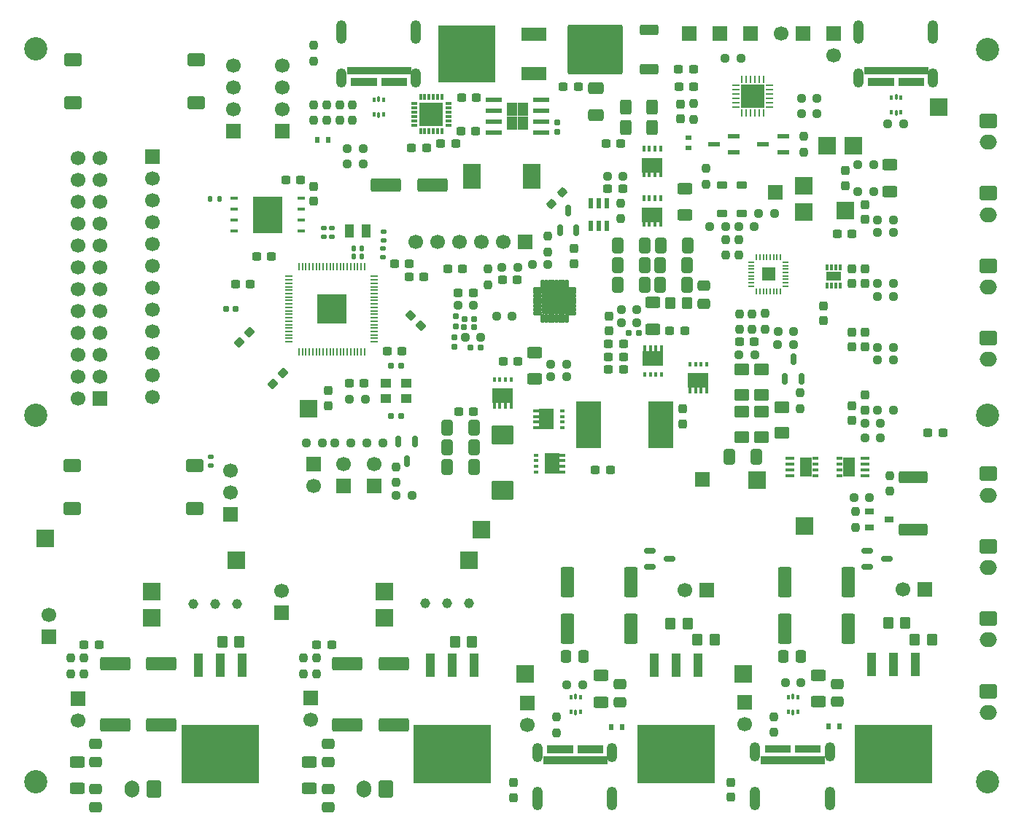
<source format=gbr>
%TF.GenerationSoftware,KiCad,Pcbnew,9.0.6*%
%TF.CreationDate,2026-02-01T22:29:02+01:00*%
%TF.ProjectId,BMS,424d532e-6b69-4636-9164-5f7063625858,rev?*%
%TF.SameCoordinates,Original*%
%TF.FileFunction,Soldermask,Top*%
%TF.FilePolarity,Negative*%
%FSLAX46Y46*%
G04 Gerber Fmt 4.6, Leading zero omitted, Abs format (unit mm)*
G04 Created by KiCad (PCBNEW 9.0.6) date 2026-02-01 22:29:02*
%MOMM*%
%LPD*%
G01*
G04 APERTURE LIST*
G04 Aperture macros list*
%AMRoundRect*
0 Rectangle with rounded corners*
0 $1 Rounding radius*
0 $2 $3 $4 $5 $6 $7 $8 $9 X,Y pos of 4 corners*
0 Add a 4 corners polygon primitive as box body*
4,1,4,$2,$3,$4,$5,$6,$7,$8,$9,$2,$3,0*
0 Add four circle primitives for the rounded corners*
1,1,$1+$1,$2,$3*
1,1,$1+$1,$4,$5*
1,1,$1+$1,$6,$7*
1,1,$1+$1,$8,$9*
0 Add four rect primitives between the rounded corners*
20,1,$1+$1,$2,$3,$4,$5,0*
20,1,$1+$1,$4,$5,$6,$7,0*
20,1,$1+$1,$6,$7,$8,$9,0*
20,1,$1+$1,$8,$9,$2,$3,0*%
G04 Aperture macros list end*
%ADD10C,0.010000*%
%ADD11RoundRect,0.250000X-0.350000X-0.450000X0.350000X-0.450000X0.350000X0.450000X-0.350000X0.450000X0*%
%ADD12RoundRect,0.237500X0.237500X-0.300000X0.237500X0.300000X-0.237500X0.300000X-0.237500X-0.300000X0*%
%ADD13RoundRect,0.250000X0.475000X-0.337500X0.475000X0.337500X-0.475000X0.337500X-0.475000X-0.337500X0*%
%ADD14RoundRect,0.250001X-1.044999X0.872499X-1.044999X-0.872499X1.044999X-0.872499X1.044999X0.872499X0*%
%ADD15RoundRect,0.155000X0.212500X0.155000X-0.212500X0.155000X-0.212500X-0.155000X0.212500X-0.155000X0*%
%ADD16R,0.300000X0.600000*%
%ADD17R,0.300000X0.635000*%
%ADD18R,2.450000X1.775000*%
%ADD19RoundRect,0.250001X0.624999X-0.462499X0.624999X0.462499X-0.624999X0.462499X-0.624999X-0.462499X0*%
%ADD20RoundRect,0.250000X-0.750000X0.600000X-0.750000X-0.600000X0.750000X-0.600000X0.750000X0.600000X0*%
%ADD21O,2.000000X1.700000*%
%ADD22RoundRect,0.237500X0.250000X0.237500X-0.250000X0.237500X-0.250000X-0.237500X0.250000X-0.237500X0*%
%ADD23RoundRect,0.237500X0.300000X0.237500X-0.300000X0.237500X-0.300000X-0.237500X0.300000X-0.237500X0*%
%ADD24RoundRect,0.250000X1.500000X0.550000X-1.500000X0.550000X-1.500000X-0.550000X1.500000X-0.550000X0*%
%ADD25RoundRect,0.150000X-0.150000X0.512500X-0.150000X-0.512500X0.150000X-0.512500X0.150000X0.512500X0*%
%ADD26RoundRect,0.250000X0.337500X0.475000X-0.337500X0.475000X-0.337500X-0.475000X0.337500X-0.475000X0*%
%ADD27RoundRect,0.250000X-0.412500X-0.650000X0.412500X-0.650000X0.412500X0.650000X-0.412500X0.650000X0*%
%ADD28RoundRect,0.093750X-0.093750X0.156250X-0.093750X-0.156250X0.093750X-0.156250X0.093750X0.156250X0*%
%ADD29RoundRect,0.075000X-0.075000X0.250000X-0.075000X-0.250000X0.075000X-0.250000X0.075000X0.250000X0*%
%ADD30R,1.050000X2.800000*%
%ADD31R,8.950000X6.850000*%
%ADD32R,0.420000X0.700000*%
%ADD33R,0.420000X0.540000*%
%ADD34R,2.370000X1.710000*%
%ADD35O,1.188400X2.252400*%
%ADD36O,1.252400X2.752400*%
%ADD37RoundRect,0.150000X-0.512500X-0.150000X0.512500X-0.150000X0.512500X0.150000X-0.512500X0.150000X0*%
%ADD38RoundRect,0.225000X0.375000X-0.225000X0.375000X0.225000X-0.375000X0.225000X-0.375000X-0.225000X0*%
%ADD39R,1.400000X0.600000*%
%ADD40RoundRect,0.237500X-0.300000X-0.237500X0.300000X-0.237500X0.300000X0.237500X-0.300000X0.237500X0*%
%ADD41RoundRect,0.237500X-0.250000X-0.237500X0.250000X-0.237500X0.250000X0.237500X-0.250000X0.237500X0*%
%ADD42RoundRect,0.135000X-0.185000X0.135000X-0.185000X-0.135000X0.185000X-0.135000X0.185000X0.135000X0*%
%ADD43RoundRect,0.237500X0.237500X-0.250000X0.237500X0.250000X-0.237500X0.250000X-0.237500X-0.250000X0*%
%ADD44C,1.150000*%
%ADD45R,2.000000X2.000000*%
%ADD46RoundRect,0.250000X0.625000X-0.400000X0.625000X0.400000X-0.625000X0.400000X-0.625000X-0.400000X0*%
%ADD47R,1.700000X1.700000*%
%ADD48C,1.700000*%
%ADD49RoundRect,0.155000X0.155000X-0.212500X0.155000X0.212500X-0.155000X0.212500X-0.155000X-0.212500X0*%
%ADD50RoundRect,0.237500X-0.237500X0.250000X-0.237500X-0.250000X0.237500X-0.250000X0.237500X0.250000X0*%
%ADD51RoundRect,0.250000X0.550000X-1.500000X0.550000X1.500000X-0.550000X1.500000X-0.550000X-1.500000X0*%
%ADD52R,1.100000X0.650000*%
%ADD53RoundRect,0.250000X-0.625000X0.400000X-0.625000X-0.400000X0.625000X-0.400000X0.625000X0.400000X0*%
%ADD54RoundRect,0.237500X-0.237500X0.300000X-0.237500X-0.300000X0.237500X-0.300000X0.237500X0.300000X0*%
%ADD55R,1.300000X1.050000*%
%ADD56RoundRect,0.140000X0.140000X0.170000X-0.140000X0.170000X-0.140000X-0.170000X0.140000X-0.170000X0*%
%ADD57RoundRect,0.155000X-0.212500X-0.155000X0.212500X-0.155000X0.212500X0.155000X-0.212500X0.155000X0*%
%ADD58RoundRect,0.250001X-0.624999X0.462499X-0.624999X-0.462499X0.624999X-0.462499X0.624999X0.462499X0*%
%ADD59R,0.600000X1.150000*%
%ADD60RoundRect,0.250000X0.412500X0.650000X-0.412500X0.650000X-0.412500X-0.650000X0.412500X-0.650000X0*%
%ADD61RoundRect,0.250000X-0.400000X-0.625000X0.400000X-0.625000X0.400000X0.625000X-0.400000X0.625000X0*%
%ADD62R,0.550000X0.800000*%
%ADD63RoundRect,0.093750X0.093750X-0.156250X0.093750X0.156250X-0.093750X0.156250X-0.093750X-0.156250X0*%
%ADD64RoundRect,0.075000X0.075000X-0.250000X0.075000X0.250000X-0.075000X0.250000X-0.075000X-0.250000X0*%
%ADD65R,2.850000X5.400000*%
%ADD66RoundRect,0.150000X0.150000X-0.512500X0.150000X0.512500X-0.150000X0.512500X-0.150000X-0.512500X0*%
%ADD67RoundRect,0.250000X-0.475000X0.337500X-0.475000X-0.337500X0.475000X-0.337500X0.475000X0.337500X0*%
%ADD68R,1.910000X0.610000*%
%ADD69R,1.205000X1.550000*%
%ADD70RoundRect,0.250000X-0.750000X-0.500000X0.750000X-0.500000X0.750000X0.500000X-0.750000X0.500000X0*%
%ADD71R,0.990000X0.405000*%
%ADD72R,0.760000X0.405000*%
%ADD73R,1.475000X2.235000*%
%ADD74R,0.750000X0.200000*%
%ADD75R,0.200000X0.750000*%
%ADD76R,1.500000X1.500000*%
%ADD77RoundRect,0.237500X0.044194X0.380070X-0.380070X-0.044194X-0.044194X-0.380070X0.380070X0.044194X0*%
%ADD78RoundRect,0.135000X-0.135000X-0.185000X0.135000X-0.185000X0.135000X0.185000X-0.135000X0.185000X0*%
%ADD79RoundRect,0.250000X0.600000X0.750000X-0.600000X0.750000X-0.600000X-0.750000X0.600000X-0.750000X0*%
%ADD80O,1.700000X2.000000*%
%ADD81RoundRect,0.135000X0.185000X-0.135000X0.185000X0.135000X-0.185000X0.135000X-0.185000X-0.135000X0*%
%ADD82C,2.700000*%
%ADD83RoundRect,0.155000X-0.155000X0.212500X-0.155000X-0.212500X0.155000X-0.212500X0.155000X0.212500X0*%
%ADD84R,0.950000X0.450000*%
%ADD85R,3.450000X4.350000*%
%ADD86RoundRect,0.160000X-0.197500X-0.160000X0.197500X-0.160000X0.197500X0.160000X-0.197500X0.160000X0*%
%ADD87R,0.850000X0.200000*%
%ADD88R,0.200000X0.850000*%
%ADD89R,3.450000X3.450000*%
%ADD90RoundRect,0.237500X-0.380070X0.044194X0.044194X-0.380070X0.380070X-0.044194X-0.044194X0.380070X0*%
%ADD91RoundRect,0.062500X0.062500X-0.350000X0.062500X0.350000X-0.062500X0.350000X-0.062500X-0.350000X0*%
%ADD92RoundRect,0.062500X0.350000X-0.062500X0.350000X0.062500X-0.350000X0.062500X-0.350000X-0.062500X0*%
%ADD93R,2.700000X2.700000*%
%ADD94R,2.050000X3.000000*%
%ADD95R,0.800000X0.300000*%
%ADD96R,0.300000X0.800000*%
%ADD97R,2.800000X2.800000*%
%ADD98R,0.800000X0.550000*%
%ADD99R,0.300000X0.700000*%
%ADD100R,1.700000X1.000000*%
%ADD101R,1.000000X1.600000*%
%ADD102RoundRect,0.249999X-1.425001X0.450001X-1.425001X-0.450001X1.425001X-0.450001X1.425001X0.450001X0*%
%ADD103RoundRect,0.237500X0.008839X0.344715X-0.344715X-0.008839X-0.008839X-0.344715X0.344715X0.008839X0*%
%ADD104RoundRect,0.250000X0.750000X0.500000X-0.750000X0.500000X-0.750000X-0.500000X0.750000X-0.500000X0*%
%ADD105R,0.600000X0.300000*%
%ADD106R,0.635000X0.300000*%
%ADD107R,1.775000X2.450000*%
%ADD108R,3.000000X1.600000*%
%ADD109R,6.700000X6.700000*%
%ADD110RoundRect,0.250000X0.650000X-0.412500X0.650000X0.412500X-0.650000X0.412500X-0.650000X-0.412500X0*%
%ADD111RoundRect,0.053000X-0.159000X0.414000X-0.159000X-0.414000X0.159000X-0.414000X0.159000X0.414000X0*%
%ADD112RoundRect,0.053000X-0.414000X0.159000X-0.414000X-0.159000X0.414000X-0.159000X0.414000X0.159000X0*%
%ADD113RoundRect,0.102000X-1.400000X1.400000X-1.400000X-1.400000X1.400000X-1.400000X1.400000X1.400000X0*%
%ADD114RoundRect,0.140000X-0.170000X0.140000X-0.170000X-0.140000X0.170000X-0.140000X0.170000X0.140000X0*%
%ADD115RoundRect,0.250000X0.850000X0.350000X-0.850000X0.350000X-0.850000X-0.350000X0.850000X-0.350000X0*%
%ADD116RoundRect,0.249997X2.950003X2.650003X-2.950003X2.650003X-2.950003X-2.650003X2.950003X-2.650003X0*%
G04 APERTURE END LIST*
D10*
%TO.C,USBC-J3*%
X106862500Y-150238500D02*
X105737500Y-150238500D01*
X105737500Y-149411500D01*
X106862500Y-149411500D01*
X106862500Y-150238500D01*
G36*
X106862500Y-150238500D02*
G01*
X105737500Y-150238500D01*
X105737500Y-149411500D01*
X106862500Y-149411500D01*
X106862500Y-150238500D01*
G37*
X106612500Y-148938500D02*
X106187500Y-148938500D01*
X106187500Y-148111500D01*
X106612500Y-148111500D01*
X106612500Y-148938500D01*
G36*
X106612500Y-148938500D02*
G01*
X106187500Y-148938500D01*
X106187500Y-148111500D01*
X106612500Y-148111500D01*
X106612500Y-148938500D01*
G37*
X107112500Y-148938500D02*
X106687500Y-148938500D01*
X106687500Y-148111500D01*
X107112500Y-148111500D01*
X107112500Y-148938500D01*
G36*
X107112500Y-148938500D02*
G01*
X106687500Y-148938500D01*
X106687500Y-148111500D01*
X107112500Y-148111500D01*
X107112500Y-148938500D01*
G37*
X107362500Y-150238500D02*
X106937500Y-150238500D01*
X106937500Y-149411500D01*
X107362500Y-149411500D01*
X107362500Y-150238500D01*
G36*
X107362500Y-150238500D02*
G01*
X106937500Y-150238500D01*
X106937500Y-149411500D01*
X107362500Y-149411500D01*
X107362500Y-150238500D01*
G37*
X107612500Y-148938500D02*
X107187500Y-148938500D01*
X107187500Y-148111500D01*
X107612500Y-148111500D01*
X107612500Y-148938500D01*
G36*
X107612500Y-148938500D02*
G01*
X107187500Y-148938500D01*
X107187500Y-148111500D01*
X107612500Y-148111500D01*
X107612500Y-148938500D01*
G37*
X107862500Y-150238500D02*
X107437500Y-150238500D01*
X107437500Y-149411500D01*
X107862500Y-149411500D01*
X107862500Y-150238500D01*
G36*
X107862500Y-150238500D02*
G01*
X107437500Y-150238500D01*
X107437500Y-149411500D01*
X107862500Y-149411500D01*
X107862500Y-150238500D01*
G37*
X108112500Y-148938500D02*
X107687500Y-148938500D01*
X107687500Y-148111500D01*
X108112500Y-148111500D01*
X108112500Y-148938500D01*
G36*
X108112500Y-148938500D02*
G01*
X107687500Y-148938500D01*
X107687500Y-148111500D01*
X108112500Y-148111500D01*
X108112500Y-148938500D01*
G37*
X108362500Y-150238500D02*
X107937500Y-150238500D01*
X107937500Y-149411500D01*
X108362500Y-149411500D01*
X108362500Y-150238500D01*
G36*
X108362500Y-150238500D02*
G01*
X107937500Y-150238500D01*
X107937500Y-149411500D01*
X108362500Y-149411500D01*
X108362500Y-150238500D01*
G37*
X108612500Y-148938500D02*
X108187500Y-148938500D01*
X108187500Y-148111500D01*
X108612500Y-148111500D01*
X108612500Y-148938500D01*
G36*
X108612500Y-148938500D02*
G01*
X108187500Y-148938500D01*
X108187500Y-148111500D01*
X108612500Y-148111500D01*
X108612500Y-148938500D01*
G37*
X108862500Y-150238500D02*
X108437500Y-150238500D01*
X108437500Y-149411500D01*
X108862500Y-149411500D01*
X108862500Y-150238500D01*
G36*
X108862500Y-150238500D02*
G01*
X108437500Y-150238500D01*
X108437500Y-149411500D01*
X108862500Y-149411500D01*
X108862500Y-150238500D01*
G37*
X109112500Y-148938500D02*
X108687500Y-148938500D01*
X108687500Y-148111500D01*
X109112500Y-148111500D01*
X109112500Y-148938500D01*
G36*
X109112500Y-148938500D02*
G01*
X108687500Y-148938500D01*
X108687500Y-148111500D01*
X109112500Y-148111500D01*
X109112500Y-148938500D01*
G37*
X109362500Y-150238500D02*
X108937500Y-150238500D01*
X108937500Y-149411500D01*
X109362500Y-149411500D01*
X109362500Y-150238500D01*
G36*
X109362500Y-150238500D02*
G01*
X108937500Y-150238500D01*
X108937500Y-149411500D01*
X109362500Y-149411500D01*
X109362500Y-150238500D01*
G37*
X109862500Y-150238500D02*
X109437500Y-150238500D01*
X109437500Y-149411500D01*
X109862500Y-149411500D01*
X109862500Y-150238500D01*
G36*
X109862500Y-150238500D02*
G01*
X109437500Y-150238500D01*
X109437500Y-149411500D01*
X109862500Y-149411500D01*
X109862500Y-150238500D01*
G37*
X110112500Y-148938500D02*
X109687500Y-148938500D01*
X109687500Y-148111500D01*
X110112500Y-148111500D01*
X110112500Y-148938500D01*
G36*
X110112500Y-148938500D02*
G01*
X109687500Y-148938500D01*
X109687500Y-148111500D01*
X110112500Y-148111500D01*
X110112500Y-148938500D01*
G37*
X110362500Y-150238500D02*
X109937500Y-150238500D01*
X109937500Y-149411500D01*
X110362500Y-149411500D01*
X110362500Y-150238500D01*
G36*
X110362500Y-150238500D02*
G01*
X109937500Y-150238500D01*
X109937500Y-149411500D01*
X110362500Y-149411500D01*
X110362500Y-150238500D01*
G37*
X110612500Y-148938500D02*
X110187500Y-148938500D01*
X110187500Y-148111500D01*
X110612500Y-148111500D01*
X110612500Y-148938500D01*
G36*
X110612500Y-148938500D02*
G01*
X110187500Y-148938500D01*
X110187500Y-148111500D01*
X110612500Y-148111500D01*
X110612500Y-148938500D01*
G37*
X110862500Y-150238500D02*
X110437500Y-150238500D01*
X110437500Y-149411500D01*
X110862500Y-149411500D01*
X110862500Y-150238500D01*
G36*
X110862500Y-150238500D02*
G01*
X110437500Y-150238500D01*
X110437500Y-149411500D01*
X110862500Y-149411500D01*
X110862500Y-150238500D01*
G37*
X111112500Y-148938500D02*
X110687500Y-148938500D01*
X110687500Y-148111500D01*
X111112500Y-148111500D01*
X111112500Y-148938500D01*
G36*
X111112500Y-148938500D02*
G01*
X110687500Y-148938500D01*
X110687500Y-148111500D01*
X111112500Y-148111500D01*
X111112500Y-148938500D01*
G37*
X111362500Y-150238500D02*
X110937500Y-150238500D01*
X110937500Y-149411500D01*
X111362500Y-149411500D01*
X111362500Y-150238500D01*
G36*
X111362500Y-150238500D02*
G01*
X110937500Y-150238500D01*
X110937500Y-149411500D01*
X111362500Y-149411500D01*
X111362500Y-150238500D01*
G37*
X111612500Y-148938500D02*
X111187500Y-148938500D01*
X111187500Y-148111500D01*
X111612500Y-148111500D01*
X111612500Y-148938500D01*
G36*
X111612500Y-148938500D02*
G01*
X111187500Y-148938500D01*
X111187500Y-148111500D01*
X111612500Y-148111500D01*
X111612500Y-148938500D01*
G37*
X111862500Y-150238500D02*
X111437500Y-150238500D01*
X111437500Y-149411500D01*
X111862500Y-149411500D01*
X111862500Y-150238500D01*
G36*
X111862500Y-150238500D02*
G01*
X111437500Y-150238500D01*
X111437500Y-149411500D01*
X111862500Y-149411500D01*
X111862500Y-150238500D01*
G37*
X112112500Y-148938500D02*
X111687500Y-148938500D01*
X111687500Y-148111500D01*
X112112500Y-148111500D01*
X112112500Y-148938500D01*
G36*
X112112500Y-148938500D02*
G01*
X111687500Y-148938500D01*
X111687500Y-148111500D01*
X112112500Y-148111500D01*
X112112500Y-148938500D01*
G37*
X113062500Y-150238500D02*
X111937500Y-150238500D01*
X111937500Y-149411500D01*
X113062500Y-149411500D01*
X113062500Y-150238500D01*
G36*
X113062500Y-150238500D02*
G01*
X111937500Y-150238500D01*
X111937500Y-149411500D01*
X113062500Y-149411500D01*
X113062500Y-150238500D01*
G37*
X112612500Y-148938500D02*
X112187500Y-148938500D01*
X112187500Y-148111500D01*
X112612500Y-148111500D01*
X112612500Y-148938500D01*
G36*
X112612500Y-148938500D02*
G01*
X112187500Y-148938500D01*
X112187500Y-148111500D01*
X112612500Y-148111500D01*
X112612500Y-148938500D01*
G37*
%TO.C,USBC-J2*%
X118617500Y-71404900D02*
X118192500Y-71404900D01*
X118192500Y-70577900D01*
X118617500Y-70577900D01*
X118617500Y-71404900D01*
G36*
X118617500Y-71404900D02*
G01*
X118192500Y-71404900D01*
X118192500Y-70577900D01*
X118617500Y-70577900D01*
X118617500Y-71404900D01*
G37*
X118867500Y-70104900D02*
X117742500Y-70104900D01*
X117742500Y-69277900D01*
X118867500Y-69277900D01*
X118867500Y-70104900D01*
G36*
X118867500Y-70104900D02*
G01*
X117742500Y-70104900D01*
X117742500Y-69277900D01*
X118867500Y-69277900D01*
X118867500Y-70104900D01*
G37*
X119117500Y-71404900D02*
X118692500Y-71404900D01*
X118692500Y-70577900D01*
X119117500Y-70577900D01*
X119117500Y-71404900D01*
G36*
X119117500Y-71404900D02*
G01*
X118692500Y-71404900D01*
X118692500Y-70577900D01*
X119117500Y-70577900D01*
X119117500Y-71404900D01*
G37*
X119367500Y-70104900D02*
X118942500Y-70104900D01*
X118942500Y-69277900D01*
X119367500Y-69277900D01*
X119367500Y-70104900D01*
G36*
X119367500Y-70104900D02*
G01*
X118942500Y-70104900D01*
X118942500Y-69277900D01*
X119367500Y-69277900D01*
X119367500Y-70104900D01*
G37*
X119617500Y-71404900D02*
X119192500Y-71404900D01*
X119192500Y-70577900D01*
X119617500Y-70577900D01*
X119617500Y-71404900D01*
G36*
X119617500Y-71404900D02*
G01*
X119192500Y-71404900D01*
X119192500Y-70577900D01*
X119617500Y-70577900D01*
X119617500Y-71404900D01*
G37*
X119867500Y-70104900D02*
X119442500Y-70104900D01*
X119442500Y-69277900D01*
X119867500Y-69277900D01*
X119867500Y-70104900D01*
G36*
X119867500Y-70104900D02*
G01*
X119442500Y-70104900D01*
X119442500Y-69277900D01*
X119867500Y-69277900D01*
X119867500Y-70104900D01*
G37*
X120117500Y-71404900D02*
X119692500Y-71404900D01*
X119692500Y-70577900D01*
X120117500Y-70577900D01*
X120117500Y-71404900D01*
G36*
X120117500Y-71404900D02*
G01*
X119692500Y-71404900D01*
X119692500Y-70577900D01*
X120117500Y-70577900D01*
X120117500Y-71404900D01*
G37*
X120367500Y-70104900D02*
X119942500Y-70104900D01*
X119942500Y-69277900D01*
X120367500Y-69277900D01*
X120367500Y-70104900D01*
G36*
X120367500Y-70104900D02*
G01*
X119942500Y-70104900D01*
X119942500Y-69277900D01*
X120367500Y-69277900D01*
X120367500Y-70104900D01*
G37*
X120617500Y-71404900D02*
X120192500Y-71404900D01*
X120192500Y-70577900D01*
X120617500Y-70577900D01*
X120617500Y-71404900D01*
G36*
X120617500Y-71404900D02*
G01*
X120192500Y-71404900D01*
X120192500Y-70577900D01*
X120617500Y-70577900D01*
X120617500Y-71404900D01*
G37*
X120867500Y-70104900D02*
X120442500Y-70104900D01*
X120442500Y-69277900D01*
X120867500Y-69277900D01*
X120867500Y-70104900D01*
G36*
X120867500Y-70104900D02*
G01*
X120442500Y-70104900D01*
X120442500Y-69277900D01*
X120867500Y-69277900D01*
X120867500Y-70104900D01*
G37*
X121117500Y-71404900D02*
X120692500Y-71404900D01*
X120692500Y-70577900D01*
X121117500Y-70577900D01*
X121117500Y-71404900D01*
G36*
X121117500Y-71404900D02*
G01*
X120692500Y-71404900D01*
X120692500Y-70577900D01*
X121117500Y-70577900D01*
X121117500Y-71404900D01*
G37*
X121367500Y-70104900D02*
X120942500Y-70104900D01*
X120942500Y-69277900D01*
X121367500Y-69277900D01*
X121367500Y-70104900D01*
G36*
X121367500Y-70104900D02*
G01*
X120942500Y-70104900D01*
X120942500Y-69277900D01*
X121367500Y-69277900D01*
X121367500Y-70104900D01*
G37*
X121867500Y-70104900D02*
X121442500Y-70104900D01*
X121442500Y-69277900D01*
X121867500Y-69277900D01*
X121867500Y-70104900D01*
G36*
X121867500Y-70104900D02*
G01*
X121442500Y-70104900D01*
X121442500Y-69277900D01*
X121867500Y-69277900D01*
X121867500Y-70104900D01*
G37*
X122117500Y-71404900D02*
X121692500Y-71404900D01*
X121692500Y-70577900D01*
X122117500Y-70577900D01*
X122117500Y-71404900D01*
G36*
X122117500Y-71404900D02*
G01*
X121692500Y-71404900D01*
X121692500Y-70577900D01*
X122117500Y-70577900D01*
X122117500Y-71404900D01*
G37*
X122367500Y-70104900D02*
X121942500Y-70104900D01*
X121942500Y-69277900D01*
X122367500Y-69277900D01*
X122367500Y-70104900D01*
G36*
X122367500Y-70104900D02*
G01*
X121942500Y-70104900D01*
X121942500Y-69277900D01*
X122367500Y-69277900D01*
X122367500Y-70104900D01*
G37*
X122617500Y-71404900D02*
X122192500Y-71404900D01*
X122192500Y-70577900D01*
X122617500Y-70577900D01*
X122617500Y-71404900D01*
G36*
X122617500Y-71404900D02*
G01*
X122192500Y-71404900D01*
X122192500Y-70577900D01*
X122617500Y-70577900D01*
X122617500Y-71404900D01*
G37*
X122867500Y-70104900D02*
X122442500Y-70104900D01*
X122442500Y-69277900D01*
X122867500Y-69277900D01*
X122867500Y-70104900D01*
G36*
X122867500Y-70104900D02*
G01*
X122442500Y-70104900D01*
X122442500Y-69277900D01*
X122867500Y-69277900D01*
X122867500Y-70104900D01*
G37*
X123117500Y-71404900D02*
X122692500Y-71404900D01*
X122692500Y-70577900D01*
X123117500Y-70577900D01*
X123117500Y-71404900D01*
G36*
X123117500Y-71404900D02*
G01*
X122692500Y-71404900D01*
X122692500Y-70577900D01*
X123117500Y-70577900D01*
X123117500Y-71404900D01*
G37*
X123367500Y-70104900D02*
X122942500Y-70104900D01*
X122942500Y-69277900D01*
X123367500Y-69277900D01*
X123367500Y-70104900D01*
G36*
X123367500Y-70104900D02*
G01*
X122942500Y-70104900D01*
X122942500Y-69277900D01*
X123367500Y-69277900D01*
X123367500Y-70104900D01*
G37*
X123617500Y-71404900D02*
X123192500Y-71404900D01*
X123192500Y-70577900D01*
X123617500Y-70577900D01*
X123617500Y-71404900D01*
G36*
X123617500Y-71404900D02*
G01*
X123192500Y-71404900D01*
X123192500Y-70577900D01*
X123617500Y-70577900D01*
X123617500Y-71404900D01*
G37*
X123867500Y-70104900D02*
X123442500Y-70104900D01*
X123442500Y-69277900D01*
X123867500Y-69277900D01*
X123867500Y-70104900D01*
G36*
X123867500Y-70104900D02*
G01*
X123442500Y-70104900D01*
X123442500Y-69277900D01*
X123867500Y-69277900D01*
X123867500Y-70104900D01*
G37*
X124117500Y-71404900D02*
X123692500Y-71404900D01*
X123692500Y-70577900D01*
X124117500Y-70577900D01*
X124117500Y-71404900D01*
G36*
X124117500Y-71404900D02*
G01*
X123692500Y-71404900D01*
X123692500Y-70577900D01*
X124117500Y-70577900D01*
X124117500Y-71404900D01*
G37*
X124617500Y-71404900D02*
X124192500Y-71404900D01*
X124192500Y-70577900D01*
X124617500Y-70577900D01*
X124617500Y-71404900D01*
G36*
X124617500Y-71404900D02*
G01*
X124192500Y-71404900D01*
X124192500Y-70577900D01*
X124617500Y-70577900D01*
X124617500Y-71404900D01*
G37*
X125067500Y-70104900D02*
X123942500Y-70104900D01*
X123942500Y-69277900D01*
X125067500Y-69277900D01*
X125067500Y-70104900D01*
G36*
X125067500Y-70104900D02*
G01*
X123942500Y-70104900D01*
X123942500Y-69277900D01*
X125067500Y-69277900D01*
X125067500Y-70104900D01*
G37*
%TO.C,USBC-J4*%
X81612500Y-150263500D02*
X80487500Y-150263500D01*
X80487500Y-149436500D01*
X81612500Y-149436500D01*
X81612500Y-150263500D01*
G36*
X81612500Y-150263500D02*
G01*
X80487500Y-150263500D01*
X80487500Y-149436500D01*
X81612500Y-149436500D01*
X81612500Y-150263500D01*
G37*
X81362500Y-148963500D02*
X80937500Y-148963500D01*
X80937500Y-148136500D01*
X81362500Y-148136500D01*
X81362500Y-148963500D01*
G36*
X81362500Y-148963500D02*
G01*
X80937500Y-148963500D01*
X80937500Y-148136500D01*
X81362500Y-148136500D01*
X81362500Y-148963500D01*
G37*
X81862500Y-148963500D02*
X81437500Y-148963500D01*
X81437500Y-148136500D01*
X81862500Y-148136500D01*
X81862500Y-148963500D01*
G36*
X81862500Y-148963500D02*
G01*
X81437500Y-148963500D01*
X81437500Y-148136500D01*
X81862500Y-148136500D01*
X81862500Y-148963500D01*
G37*
X82112500Y-150263500D02*
X81687500Y-150263500D01*
X81687500Y-149436500D01*
X82112500Y-149436500D01*
X82112500Y-150263500D01*
G36*
X82112500Y-150263500D02*
G01*
X81687500Y-150263500D01*
X81687500Y-149436500D01*
X82112500Y-149436500D01*
X82112500Y-150263500D01*
G37*
X82362500Y-148963500D02*
X81937500Y-148963500D01*
X81937500Y-148136500D01*
X82362500Y-148136500D01*
X82362500Y-148963500D01*
G36*
X82362500Y-148963500D02*
G01*
X81937500Y-148963500D01*
X81937500Y-148136500D01*
X82362500Y-148136500D01*
X82362500Y-148963500D01*
G37*
X82612500Y-150263500D02*
X82187500Y-150263500D01*
X82187500Y-149436500D01*
X82612500Y-149436500D01*
X82612500Y-150263500D01*
G36*
X82612500Y-150263500D02*
G01*
X82187500Y-150263500D01*
X82187500Y-149436500D01*
X82612500Y-149436500D01*
X82612500Y-150263500D01*
G37*
X82862500Y-148963500D02*
X82437500Y-148963500D01*
X82437500Y-148136500D01*
X82862500Y-148136500D01*
X82862500Y-148963500D01*
G36*
X82862500Y-148963500D02*
G01*
X82437500Y-148963500D01*
X82437500Y-148136500D01*
X82862500Y-148136500D01*
X82862500Y-148963500D01*
G37*
X83112500Y-150263500D02*
X82687500Y-150263500D01*
X82687500Y-149436500D01*
X83112500Y-149436500D01*
X83112500Y-150263500D01*
G36*
X83112500Y-150263500D02*
G01*
X82687500Y-150263500D01*
X82687500Y-149436500D01*
X83112500Y-149436500D01*
X83112500Y-150263500D01*
G37*
X83362500Y-148963500D02*
X82937500Y-148963500D01*
X82937500Y-148136500D01*
X83362500Y-148136500D01*
X83362500Y-148963500D01*
G36*
X83362500Y-148963500D02*
G01*
X82937500Y-148963500D01*
X82937500Y-148136500D01*
X83362500Y-148136500D01*
X83362500Y-148963500D01*
G37*
X83612500Y-150263500D02*
X83187500Y-150263500D01*
X83187500Y-149436500D01*
X83612500Y-149436500D01*
X83612500Y-150263500D01*
G36*
X83612500Y-150263500D02*
G01*
X83187500Y-150263500D01*
X83187500Y-149436500D01*
X83612500Y-149436500D01*
X83612500Y-150263500D01*
G37*
X83862500Y-148963500D02*
X83437500Y-148963500D01*
X83437500Y-148136500D01*
X83862500Y-148136500D01*
X83862500Y-148963500D01*
G36*
X83862500Y-148963500D02*
G01*
X83437500Y-148963500D01*
X83437500Y-148136500D01*
X83862500Y-148136500D01*
X83862500Y-148963500D01*
G37*
X84112500Y-150263500D02*
X83687500Y-150263500D01*
X83687500Y-149436500D01*
X84112500Y-149436500D01*
X84112500Y-150263500D01*
G36*
X84112500Y-150263500D02*
G01*
X83687500Y-150263500D01*
X83687500Y-149436500D01*
X84112500Y-149436500D01*
X84112500Y-150263500D01*
G37*
X84612500Y-150263500D02*
X84187500Y-150263500D01*
X84187500Y-149436500D01*
X84612500Y-149436500D01*
X84612500Y-150263500D01*
G36*
X84612500Y-150263500D02*
G01*
X84187500Y-150263500D01*
X84187500Y-149436500D01*
X84612500Y-149436500D01*
X84612500Y-150263500D01*
G37*
X84862500Y-148963500D02*
X84437500Y-148963500D01*
X84437500Y-148136500D01*
X84862500Y-148136500D01*
X84862500Y-148963500D01*
G36*
X84862500Y-148963500D02*
G01*
X84437500Y-148963500D01*
X84437500Y-148136500D01*
X84862500Y-148136500D01*
X84862500Y-148963500D01*
G37*
X85112500Y-150263500D02*
X84687500Y-150263500D01*
X84687500Y-149436500D01*
X85112500Y-149436500D01*
X85112500Y-150263500D01*
G36*
X85112500Y-150263500D02*
G01*
X84687500Y-150263500D01*
X84687500Y-149436500D01*
X85112500Y-149436500D01*
X85112500Y-150263500D01*
G37*
X85362500Y-148963500D02*
X84937500Y-148963500D01*
X84937500Y-148136500D01*
X85362500Y-148136500D01*
X85362500Y-148963500D01*
G36*
X85362500Y-148963500D02*
G01*
X84937500Y-148963500D01*
X84937500Y-148136500D01*
X85362500Y-148136500D01*
X85362500Y-148963500D01*
G37*
X85612500Y-150263500D02*
X85187500Y-150263500D01*
X85187500Y-149436500D01*
X85612500Y-149436500D01*
X85612500Y-150263500D01*
G36*
X85612500Y-150263500D02*
G01*
X85187500Y-150263500D01*
X85187500Y-149436500D01*
X85612500Y-149436500D01*
X85612500Y-150263500D01*
G37*
X85862500Y-148963500D02*
X85437500Y-148963500D01*
X85437500Y-148136500D01*
X85862500Y-148136500D01*
X85862500Y-148963500D01*
G36*
X85862500Y-148963500D02*
G01*
X85437500Y-148963500D01*
X85437500Y-148136500D01*
X85862500Y-148136500D01*
X85862500Y-148963500D01*
G37*
X86112500Y-150263500D02*
X85687500Y-150263500D01*
X85687500Y-149436500D01*
X86112500Y-149436500D01*
X86112500Y-150263500D01*
G36*
X86112500Y-150263500D02*
G01*
X85687500Y-150263500D01*
X85687500Y-149436500D01*
X86112500Y-149436500D01*
X86112500Y-150263500D01*
G37*
X86362500Y-148963500D02*
X85937500Y-148963500D01*
X85937500Y-148136500D01*
X86362500Y-148136500D01*
X86362500Y-148963500D01*
G36*
X86362500Y-148963500D02*
G01*
X85937500Y-148963500D01*
X85937500Y-148136500D01*
X86362500Y-148136500D01*
X86362500Y-148963500D01*
G37*
X86612500Y-150263500D02*
X86187500Y-150263500D01*
X86187500Y-149436500D01*
X86612500Y-149436500D01*
X86612500Y-150263500D01*
G36*
X86612500Y-150263500D02*
G01*
X86187500Y-150263500D01*
X86187500Y-149436500D01*
X86612500Y-149436500D01*
X86612500Y-150263500D01*
G37*
X86862500Y-148963500D02*
X86437500Y-148963500D01*
X86437500Y-148136500D01*
X86862500Y-148136500D01*
X86862500Y-148963500D01*
G36*
X86862500Y-148963500D02*
G01*
X86437500Y-148963500D01*
X86437500Y-148136500D01*
X86862500Y-148136500D01*
X86862500Y-148963500D01*
G37*
X87812500Y-150263500D02*
X86687500Y-150263500D01*
X86687500Y-149436500D01*
X87812500Y-149436500D01*
X87812500Y-150263500D01*
G36*
X87812500Y-150263500D02*
G01*
X86687500Y-150263500D01*
X86687500Y-149436500D01*
X87812500Y-149436500D01*
X87812500Y-150263500D01*
G37*
X87362500Y-148963500D02*
X86937500Y-148963500D01*
X86937500Y-148136500D01*
X87362500Y-148136500D01*
X87362500Y-148963500D01*
G36*
X87362500Y-148963500D02*
G01*
X86937500Y-148963500D01*
X86937500Y-148136500D01*
X87362500Y-148136500D01*
X87362500Y-148963500D01*
G37*
%TO.C,USBC-J1*%
X58589500Y-71404900D02*
X58164500Y-71404900D01*
X58164500Y-70577900D01*
X58589500Y-70577900D01*
X58589500Y-71404900D01*
G36*
X58589500Y-71404900D02*
G01*
X58164500Y-71404900D01*
X58164500Y-70577900D01*
X58589500Y-70577900D01*
X58589500Y-71404900D01*
G37*
X58839500Y-70104900D02*
X57714500Y-70104900D01*
X57714500Y-69277900D01*
X58839500Y-69277900D01*
X58839500Y-70104900D01*
G36*
X58839500Y-70104900D02*
G01*
X57714500Y-70104900D01*
X57714500Y-69277900D01*
X58839500Y-69277900D01*
X58839500Y-70104900D01*
G37*
X59089500Y-71404900D02*
X58664500Y-71404900D01*
X58664500Y-70577900D01*
X59089500Y-70577900D01*
X59089500Y-71404900D01*
G36*
X59089500Y-71404900D02*
G01*
X58664500Y-71404900D01*
X58664500Y-70577900D01*
X59089500Y-70577900D01*
X59089500Y-71404900D01*
G37*
X59339500Y-70104900D02*
X58914500Y-70104900D01*
X58914500Y-69277900D01*
X59339500Y-69277900D01*
X59339500Y-70104900D01*
G36*
X59339500Y-70104900D02*
G01*
X58914500Y-70104900D01*
X58914500Y-69277900D01*
X59339500Y-69277900D01*
X59339500Y-70104900D01*
G37*
X59589500Y-71404900D02*
X59164500Y-71404900D01*
X59164500Y-70577900D01*
X59589500Y-70577900D01*
X59589500Y-71404900D01*
G36*
X59589500Y-71404900D02*
G01*
X59164500Y-71404900D01*
X59164500Y-70577900D01*
X59589500Y-70577900D01*
X59589500Y-71404900D01*
G37*
X59839500Y-70104900D02*
X59414500Y-70104900D01*
X59414500Y-69277900D01*
X59839500Y-69277900D01*
X59839500Y-70104900D01*
G36*
X59839500Y-70104900D02*
G01*
X59414500Y-70104900D01*
X59414500Y-69277900D01*
X59839500Y-69277900D01*
X59839500Y-70104900D01*
G37*
X60089500Y-71404900D02*
X59664500Y-71404900D01*
X59664500Y-70577900D01*
X60089500Y-70577900D01*
X60089500Y-71404900D01*
G36*
X60089500Y-71404900D02*
G01*
X59664500Y-71404900D01*
X59664500Y-70577900D01*
X60089500Y-70577900D01*
X60089500Y-71404900D01*
G37*
X60339500Y-70104900D02*
X59914500Y-70104900D01*
X59914500Y-69277900D01*
X60339500Y-69277900D01*
X60339500Y-70104900D01*
G36*
X60339500Y-70104900D02*
G01*
X59914500Y-70104900D01*
X59914500Y-69277900D01*
X60339500Y-69277900D01*
X60339500Y-70104900D01*
G37*
X60589500Y-71404900D02*
X60164500Y-71404900D01*
X60164500Y-70577900D01*
X60589500Y-70577900D01*
X60589500Y-71404900D01*
G36*
X60589500Y-71404900D02*
G01*
X60164500Y-71404900D01*
X60164500Y-70577900D01*
X60589500Y-70577900D01*
X60589500Y-71404900D01*
G37*
X60839500Y-70104900D02*
X60414500Y-70104900D01*
X60414500Y-69277900D01*
X60839500Y-69277900D01*
X60839500Y-70104900D01*
G36*
X60839500Y-70104900D02*
G01*
X60414500Y-70104900D01*
X60414500Y-69277900D01*
X60839500Y-69277900D01*
X60839500Y-70104900D01*
G37*
X61089500Y-71404900D02*
X60664500Y-71404900D01*
X60664500Y-70577900D01*
X61089500Y-70577900D01*
X61089500Y-71404900D01*
G36*
X61089500Y-71404900D02*
G01*
X60664500Y-71404900D01*
X60664500Y-70577900D01*
X61089500Y-70577900D01*
X61089500Y-71404900D01*
G37*
X61339500Y-70104900D02*
X60914500Y-70104900D01*
X60914500Y-69277900D01*
X61339500Y-69277900D01*
X61339500Y-70104900D01*
G36*
X61339500Y-70104900D02*
G01*
X60914500Y-70104900D01*
X60914500Y-69277900D01*
X61339500Y-69277900D01*
X61339500Y-70104900D01*
G37*
X61839500Y-70104900D02*
X61414500Y-70104900D01*
X61414500Y-69277900D01*
X61839500Y-69277900D01*
X61839500Y-70104900D01*
G36*
X61839500Y-70104900D02*
G01*
X61414500Y-70104900D01*
X61414500Y-69277900D01*
X61839500Y-69277900D01*
X61839500Y-70104900D01*
G37*
X62089500Y-71404900D02*
X61664500Y-71404900D01*
X61664500Y-70577900D01*
X62089500Y-70577900D01*
X62089500Y-71404900D01*
G36*
X62089500Y-71404900D02*
G01*
X61664500Y-71404900D01*
X61664500Y-70577900D01*
X62089500Y-70577900D01*
X62089500Y-71404900D01*
G37*
X62339500Y-70104900D02*
X61914500Y-70104900D01*
X61914500Y-69277900D01*
X62339500Y-69277900D01*
X62339500Y-70104900D01*
G36*
X62339500Y-70104900D02*
G01*
X61914500Y-70104900D01*
X61914500Y-69277900D01*
X62339500Y-69277900D01*
X62339500Y-70104900D01*
G37*
X62589500Y-71404900D02*
X62164500Y-71404900D01*
X62164500Y-70577900D01*
X62589500Y-70577900D01*
X62589500Y-71404900D01*
G36*
X62589500Y-71404900D02*
G01*
X62164500Y-71404900D01*
X62164500Y-70577900D01*
X62589500Y-70577900D01*
X62589500Y-71404900D01*
G37*
X62839500Y-70104900D02*
X62414500Y-70104900D01*
X62414500Y-69277900D01*
X62839500Y-69277900D01*
X62839500Y-70104900D01*
G36*
X62839500Y-70104900D02*
G01*
X62414500Y-70104900D01*
X62414500Y-69277900D01*
X62839500Y-69277900D01*
X62839500Y-70104900D01*
G37*
X63089500Y-71404900D02*
X62664500Y-71404900D01*
X62664500Y-70577900D01*
X63089500Y-70577900D01*
X63089500Y-71404900D01*
G36*
X63089500Y-71404900D02*
G01*
X62664500Y-71404900D01*
X62664500Y-70577900D01*
X63089500Y-70577900D01*
X63089500Y-71404900D01*
G37*
X63339500Y-70104900D02*
X62914500Y-70104900D01*
X62914500Y-69277900D01*
X63339500Y-69277900D01*
X63339500Y-70104900D01*
G36*
X63339500Y-70104900D02*
G01*
X62914500Y-70104900D01*
X62914500Y-69277900D01*
X63339500Y-69277900D01*
X63339500Y-70104900D01*
G37*
X63589500Y-71404900D02*
X63164500Y-71404900D01*
X63164500Y-70577900D01*
X63589500Y-70577900D01*
X63589500Y-71404900D01*
G36*
X63589500Y-71404900D02*
G01*
X63164500Y-71404900D01*
X63164500Y-70577900D01*
X63589500Y-70577900D01*
X63589500Y-71404900D01*
G37*
X63839500Y-70104900D02*
X63414500Y-70104900D01*
X63414500Y-69277900D01*
X63839500Y-69277900D01*
X63839500Y-70104900D01*
G36*
X63839500Y-70104900D02*
G01*
X63414500Y-70104900D01*
X63414500Y-69277900D01*
X63839500Y-69277900D01*
X63839500Y-70104900D01*
G37*
X64089500Y-71404900D02*
X63664500Y-71404900D01*
X63664500Y-70577900D01*
X64089500Y-70577900D01*
X64089500Y-71404900D01*
G36*
X64089500Y-71404900D02*
G01*
X63664500Y-71404900D01*
X63664500Y-70577900D01*
X64089500Y-70577900D01*
X64089500Y-71404900D01*
G37*
X64589500Y-71404900D02*
X64164500Y-71404900D01*
X64164500Y-70577900D01*
X64589500Y-70577900D01*
X64589500Y-71404900D01*
G36*
X64589500Y-71404900D02*
G01*
X64164500Y-71404900D01*
X64164500Y-70577900D01*
X64589500Y-70577900D01*
X64589500Y-71404900D01*
G37*
X65039500Y-70104900D02*
X63914500Y-70104900D01*
X63914500Y-69277900D01*
X65039500Y-69277900D01*
X65039500Y-70104900D01*
G36*
X65039500Y-70104900D02*
G01*
X63914500Y-70104900D01*
X63914500Y-69277900D01*
X65039500Y-69277900D01*
X65039500Y-70104900D01*
G37*
%TD*%
D11*
%TO.C,R113*%
X43200000Y-136100000D03*
X45200000Y-136100000D03*
%TD*%
D12*
%TO.C,C79*%
X117810800Y-101864200D03*
X117810800Y-100139200D03*
%TD*%
D13*
%TO.C,C25*%
X99125000Y-96812500D03*
X99125000Y-94737500D03*
%TD*%
D14*
%TO.C,C58*%
X75750000Y-112049500D03*
X75750000Y-118464500D03*
%TD*%
D15*
%TO.C,C46*%
X73192500Y-101925000D03*
X72057500Y-101925000D03*
%TD*%
D16*
%TO.C,Q4*%
X99450000Y-103850000D03*
X98800000Y-103850000D03*
X98150000Y-103850000D03*
X97500000Y-103850000D03*
D17*
X97500000Y-106932000D03*
X98150000Y-106932000D03*
X98800000Y-106932000D03*
X99450000Y-106932000D03*
D18*
X98475000Y-105728000D03*
%TD*%
D19*
%TO.C,D11*%
X103525000Y-112312500D03*
X103525000Y-109337500D03*
%TD*%
D20*
%TO.C,J7*%
X132125000Y-84000000D03*
D21*
X132125000Y-86500000D03*
%TD*%
D22*
%TO.C,R25*%
X72387500Y-97025000D03*
X70562500Y-97025000D03*
%TD*%
D23*
%TO.C,C39*%
X77462500Y-94075000D03*
X75737500Y-94075000D03*
%TD*%
D24*
%TO.C,C105*%
X63150000Y-138650000D03*
X57750000Y-138650000D03*
%TD*%
D23*
%TO.C,C19*%
X46480900Y-94538800D03*
X44755900Y-94538800D03*
%TD*%
D25*
%TO.C,IC4*%
X65575000Y-112862500D03*
X63675000Y-112862500D03*
X64625000Y-115137500D03*
%TD*%
D26*
%TO.C,C98*%
X110412500Y-137775000D03*
X108337500Y-137775000D03*
%TD*%
D27*
%TO.C,C35*%
X94087500Y-90025000D03*
X97212500Y-90025000D03*
%TD*%
D28*
%TO.C,U4*%
X121987500Y-72875000D03*
D29*
X121450000Y-72800000D03*
D28*
X120912500Y-72875000D03*
X120912500Y-74575000D03*
D29*
X121450000Y-74650000D03*
D28*
X121987500Y-74575000D03*
%TD*%
D30*
%TO.C,IC16*%
X45480000Y-138825000D03*
X42940000Y-138825000D03*
X40400000Y-138825000D03*
D31*
X42940000Y-149175000D03*
%TD*%
D32*
%TO.C,Q15*%
X94100000Y-84520000D03*
X93450000Y-84520000D03*
X92800000Y-84520000D03*
X92150000Y-84520000D03*
D33*
X92150000Y-87600000D03*
X92800000Y-87600000D03*
X93450000Y-87600000D03*
X94100000Y-87600000D03*
D34*
X93125000Y-86475000D03*
%TD*%
D12*
%TO.C,C74*%
X116286800Y-101864200D03*
X116286800Y-100139200D03*
%TD*%
D23*
%TO.C,C76*%
X116337500Y-88700000D03*
X114612500Y-88700000D03*
%TD*%
%TO.C,C34*%
X71112500Y-92775000D03*
X69387500Y-92775000D03*
%TD*%
D35*
%TO.C,USBC-J3*%
X105080000Y-148935000D03*
X113720000Y-148935000D03*
D36*
X105080000Y-154295000D03*
X113720000Y-154295000D03*
%TD*%
D12*
%TO.C,C73*%
X116337600Y-110398600D03*
X116337600Y-108673600D03*
%TD*%
%TO.C,C77*%
X117810800Y-109179400D03*
X117810800Y-107454400D03*
%TD*%
D22*
%TO.C,R11*%
X59789500Y-107900000D03*
X57964500Y-107900000D03*
%TD*%
D23*
%TO.C,C114*%
X28912500Y-136475000D03*
X27187500Y-136475000D03*
%TD*%
D37*
%TO.C,IC9*%
X118112500Y-125500000D03*
X118112500Y-127400000D03*
X120387500Y-126450000D03*
%TD*%
D38*
%TO.C,D9*%
X101200000Y-86350000D03*
X101200000Y-83050000D03*
%TD*%
D22*
%TO.C,R27*%
X107312500Y-86350000D03*
X105487500Y-86350000D03*
%TD*%
%TO.C,R54*%
X121112800Y-96023300D03*
X119287800Y-96023300D03*
%TD*%
D39*
%TO.C,Q13*%
X108300000Y-79250000D03*
X108300000Y-77350000D03*
X106000000Y-78300000D03*
%TD*%
D40*
%TO.C,C70*%
X68587500Y-78225000D03*
X70312500Y-78225000D03*
%TD*%
D23*
%TO.C,C33*%
X96887500Y-99925000D03*
X95162500Y-99925000D03*
%TD*%
D22*
%TO.C,R88*%
X112262500Y-72950000D03*
X110437500Y-72950000D03*
%TD*%
D23*
%TO.C,C30*%
X89787500Y-102975000D03*
X88062500Y-102975000D03*
%TD*%
D20*
%TO.C,J6*%
X132125000Y-92400000D03*
D21*
X132125000Y-94900000D03*
%TD*%
D41*
%TO.C,R30*%
X75037500Y-98300000D03*
X76862500Y-98300000D03*
%TD*%
D42*
%TO.C,R5*%
X61927000Y-88430000D03*
X61927000Y-89450000D03*
%TD*%
D43*
%TO.C,R70*%
X116762400Y-122793000D03*
X116762400Y-120968000D03*
%TD*%
D44*
%TO.C,R112*%
X39810001Y-131675000D03*
X42350001Y-131675000D03*
X44890001Y-131675000D03*
%TD*%
D45*
%TO.C,TP5*%
X115575000Y-86025000D03*
%TD*%
D46*
%TO.C,RS3*%
X79475000Y-105575000D03*
X79475000Y-102475000D03*
%TD*%
D19*
%TO.C,D10*%
X103525000Y-107412500D03*
X103525000Y-104437500D03*
%TD*%
D41*
%TO.C,R28*%
X71387500Y-100725000D03*
X73212500Y-100725000D03*
%TD*%
D47*
%TO.C,J13*%
X78397000Y-89662000D03*
D48*
X75857000Y-89662000D03*
X73317000Y-89662000D03*
X70777000Y-89662000D03*
X68237000Y-89662000D03*
X65697000Y-89662000D03*
%TD*%
D49*
%TO.C,C64*%
X82077000Y-76867500D03*
X82077000Y-75732500D03*
%TD*%
D50*
%TO.C,R86*%
X110700000Y-77387500D03*
X110700000Y-79212500D03*
%TD*%
D47*
%TO.C,JP13*%
X26450000Y-142700000D03*
D48*
X26450000Y-145240000D03*
%TD*%
D51*
%TO.C,C102*%
X83250000Y-134600000D03*
X83250000Y-129200000D03*
%TD*%
D52*
%TO.C,Q11*%
X118355600Y-120930500D03*
X118355600Y-122830500D03*
X120655600Y-121880500D03*
%TD*%
D47*
%TO.C,JP7*%
X103850000Y-143175000D03*
D48*
X103850000Y-145715000D03*
%TD*%
D53*
%TO.C,R114*%
X26350000Y-150074999D03*
X26350000Y-153174999D03*
%TD*%
D54*
%TO.C,C94*%
X96370000Y-73612500D03*
X96370000Y-75337500D03*
%TD*%
D27*
%TO.C,C61*%
X102062500Y-114600000D03*
X105187500Y-114600000D03*
%TD*%
D45*
%TO.C,TP3*%
X105300000Y-117300000D03*
%TD*%
D55*
%TO.C,Y1*%
X64527000Y-106075000D03*
X62227000Y-106075000D03*
X62227000Y-107825000D03*
X64527000Y-107825000D03*
%TD*%
D47*
%TO.C,J4*%
X44500000Y-76780000D03*
D48*
X44500000Y-74240000D03*
X44500000Y-71700000D03*
X44500000Y-69160000D03*
%TD*%
D43*
%TO.C,R41*%
X53777000Y-68612500D03*
X53777000Y-66787500D03*
%TD*%
D56*
%TO.C,C2*%
X59407000Y-91340000D03*
X58447000Y-91340000D03*
%TD*%
D57*
%TO.C,C37*%
X90432500Y-100225000D03*
X91567500Y-100225000D03*
%TD*%
D45*
%TO.C,TP15*%
X44850000Y-126675000D03*
%TD*%
D47*
%TO.C,JP4*%
X60850000Y-118040000D03*
D48*
X60850000Y-115500000D03*
%TD*%
D38*
%TO.C,D12*%
X103525000Y-86350000D03*
X103525000Y-83050000D03*
%TD*%
D58*
%TO.C,D8*%
X105825000Y-109337500D03*
X105825000Y-112312500D03*
%TD*%
D59*
%TO.C,Q1*%
X85950000Y-87775000D03*
X86900000Y-87775000D03*
X87850000Y-87775000D03*
X87850000Y-85175000D03*
X86900000Y-85175000D03*
X85950000Y-85175000D03*
%TD*%
D23*
%TO.C,C23*%
X89487500Y-78175000D03*
X87762500Y-78175000D03*
%TD*%
D45*
%TO.C,TP16*%
X35050001Y-130275000D03*
%TD*%
D47*
%TO.C,JP2*%
X110600000Y-65400000D03*
D48*
X108060000Y-65400000D03*
%TD*%
D60*
%TO.C,C50*%
X72425000Y-113532000D03*
X69300000Y-113532000D03*
%TD*%
D61*
%TO.C,R12*%
X90025000Y-76300000D03*
X93125000Y-76300000D03*
%TD*%
D47*
%TO.C,JP11*%
X53450000Y-142675000D03*
D48*
X53450000Y-145215000D03*
%TD*%
D23*
%TO.C,C1*%
X84530100Y-71577200D03*
X82805100Y-71577200D03*
%TD*%
D45*
%TO.C,TP6*%
X116450000Y-78450000D03*
%TD*%
D24*
%TO.C,C106*%
X63150000Y-145749999D03*
X57750000Y-145749999D03*
%TD*%
D41*
%TO.C,R49*%
X57714500Y-80550000D03*
X59539500Y-80550000D03*
%TD*%
D45*
%TO.C,GND2*%
X22650000Y-124130000D03*
%TD*%
D40*
%TO.C,C66*%
X70914500Y-76750000D03*
X72639500Y-76750000D03*
%TD*%
D30*
%TO.C,IC10*%
X123680000Y-138775000D03*
X121140000Y-138775000D03*
X118600000Y-138775000D03*
D31*
X121140000Y-149125000D03*
%TD*%
D12*
%TO.C,C80*%
X117810800Y-94498200D03*
X117810800Y-92773200D03*
%TD*%
D62*
%TO.C,D17*%
X113625000Y-145975000D03*
X114875000Y-145975000D03*
%TD*%
D63*
%TO.C,U7*%
X83687500Y-144250000D03*
D64*
X84225000Y-144325000D03*
D63*
X84762500Y-144250000D03*
X84762500Y-142550000D03*
D64*
X84225000Y-142475000D03*
D63*
X83687500Y-142550000D03*
%TD*%
D11*
%TO.C,R100*%
X95250000Y-133975000D03*
X97250000Y-133975000D03*
%TD*%
D65*
%TO.C,L2*%
X94125000Y-110900000D03*
X85725000Y-110900000D03*
%TD*%
D53*
%TO.C,RS2*%
X93225000Y-96675000D03*
X93225000Y-99775000D03*
%TD*%
D66*
%TO.C,IC8*%
X108550000Y-105525000D03*
X110450000Y-105525000D03*
X109500000Y-103250000D03*
%TD*%
D57*
%TO.C,C20*%
X62809500Y-109850000D03*
X63944500Y-109850000D03*
%TD*%
D47*
%TO.C,JP9*%
X78600000Y-143200000D03*
D48*
X78600000Y-145740000D03*
%TD*%
D53*
%TO.C,R15*%
X96900000Y-83425000D03*
X96900000Y-86525000D03*
%TD*%
D43*
%TO.C,R36*%
X63350000Y-117612500D03*
X63350000Y-115787500D03*
%TD*%
D40*
%TO.C,C6*%
X64914500Y-93700000D03*
X66639500Y-93700000D03*
%TD*%
D23*
%TO.C,C93*%
X97962500Y-71600000D03*
X96237500Y-71600000D03*
%TD*%
D47*
%TO.C,JP8*%
X99475000Y-130075000D03*
D48*
X96935000Y-130075000D03*
%TD*%
D45*
%TO.C,GND1*%
X110810000Y-122630000D03*
%TD*%
D50*
%TO.C,R43*%
X55327000Y-73687500D03*
X55327000Y-75512500D03*
%TD*%
D43*
%TO.C,R51*%
X120706400Y-118627400D03*
X120706400Y-116802400D03*
%TD*%
D47*
%TO.C,J14*%
X107450000Y-83850000D03*
%TD*%
D12*
%TO.C,C101*%
X77000000Y-154200000D03*
X77000000Y-152475000D03*
%TD*%
D54*
%TO.C,C26*%
X84000000Y-90425000D03*
X84000000Y-92150000D03*
%TD*%
D43*
%TO.C,R17*%
X89500000Y-86937500D03*
X89500000Y-85112500D03*
%TD*%
D67*
%TO.C,C113*%
X28500000Y-153250000D03*
X28500000Y-155325000D03*
%TD*%
D40*
%TO.C,C45*%
X86512500Y-116125000D03*
X88237500Y-116125000D03*
%TD*%
D26*
%TO.C,C103*%
X85162500Y-137800000D03*
X83087500Y-137800000D03*
%TD*%
D22*
%TO.C,R34*%
X65212500Y-119100000D03*
X63387500Y-119100000D03*
%TD*%
D11*
%TO.C,RS1*%
X95200000Y-96725000D03*
X97200000Y-96725000D03*
%TD*%
D22*
%TO.C,R58*%
X121112800Y-101916100D03*
X119287800Y-101916100D03*
%TD*%
D68*
%TO.C,U2*%
X74694500Y-73120000D03*
X74694500Y-74390000D03*
X74694500Y-75660000D03*
X74694500Y-76930000D03*
X80254500Y-76930000D03*
X80254500Y-75660000D03*
X80254500Y-74390000D03*
X80254500Y-73120000D03*
D69*
X76872000Y-74250000D03*
X76872000Y-75800000D03*
X78077000Y-74250000D03*
X78077000Y-75800000D03*
%TD*%
D45*
%TO.C,TP1*%
X113400000Y-78450000D03*
%TD*%
D15*
%TO.C,C40*%
X72442500Y-98575000D03*
X71307500Y-98575000D03*
%TD*%
D70*
%TO.C,SW2*%
X25900000Y-68500000D03*
X40200000Y-68500000D03*
X25900000Y-73500000D03*
X40200000Y-73500000D03*
%TD*%
D22*
%TO.C,R24*%
X77512500Y-92600000D03*
X75687500Y-92600000D03*
%TD*%
D41*
%TO.C,R19*%
X89537500Y-99025000D03*
X91362500Y-99025000D03*
%TD*%
D40*
%TO.C,C86*%
X125137500Y-111800000D03*
X126862500Y-111800000D03*
%TD*%
D45*
%TO.C,TP9*%
X103650000Y-139850000D03*
%TD*%
D71*
%TO.C,Q12*%
X109085400Y-114818100D03*
X109085400Y-115478100D03*
X109085400Y-116138100D03*
X109085400Y-116798100D03*
D72*
X112070400Y-116798100D03*
X112070400Y-116138100D03*
X112070400Y-115478100D03*
D73*
X110953400Y-115808100D03*
D72*
X112070400Y-114818100D03*
%TD*%
D47*
%TO.C,J9*%
X29000000Y-107820000D03*
D48*
X26460000Y-107820000D03*
X29000000Y-105280000D03*
X26460000Y-105280000D03*
X29000000Y-102740000D03*
X26460000Y-102740000D03*
X29000000Y-100200000D03*
X26460000Y-100200000D03*
X29000000Y-97660000D03*
X26460000Y-97660000D03*
X29000000Y-95120000D03*
X26460000Y-95120000D03*
X29000000Y-92580000D03*
X26460000Y-92580000D03*
X29000000Y-90040000D03*
X26460000Y-90040000D03*
X29000000Y-87500000D03*
X26460000Y-87500000D03*
X29000000Y-84960000D03*
X26460000Y-84960000D03*
X29000000Y-82420000D03*
X26460000Y-82420000D03*
X29000000Y-79880000D03*
X26460000Y-79880000D03*
%TD*%
D23*
%TO.C,C16*%
X64939500Y-92200000D03*
X63214500Y-92200000D03*
%TD*%
D40*
%TO.C,C65*%
X70964500Y-72900000D03*
X72689500Y-72900000D03*
%TD*%
D23*
%TO.C,C109*%
X55912500Y-136450000D03*
X54187500Y-136450000D03*
%TD*%
%TO.C,C60*%
X77537500Y-103550000D03*
X75812500Y-103550000D03*
%TD*%
D45*
%TO.C,TP7*%
X126400000Y-74000000D03*
%TD*%
D22*
%TO.C,R57*%
X121112800Y-94499300D03*
X119287800Y-94499300D03*
%TD*%
D50*
%TO.C,R68*%
X103250000Y-97975000D03*
X103250000Y-99800000D03*
%TD*%
D40*
%TO.C,C84*%
X103262500Y-101275000D03*
X104987500Y-101275000D03*
%TD*%
D74*
%TO.C,IC7*%
X108616000Y-94792400D03*
X108616000Y-94392400D03*
X108616000Y-93992400D03*
X108616000Y-93592400D03*
X108616000Y-93192400D03*
X108616000Y-92792400D03*
X108616000Y-92392400D03*
X108616000Y-91992400D03*
D75*
X108016000Y-91392400D03*
X107616000Y-91392400D03*
X107216000Y-91392400D03*
X106816000Y-91392400D03*
X106416000Y-91392400D03*
X106016000Y-91392400D03*
X105616000Y-91392400D03*
X105216000Y-91392400D03*
D74*
X104616000Y-91992400D03*
X104616000Y-92392400D03*
X104616000Y-92792400D03*
X104616000Y-93192400D03*
X104616000Y-93592400D03*
X104616000Y-93992400D03*
X104616000Y-94392400D03*
X104616000Y-94792400D03*
D75*
X105216000Y-95392400D03*
X105616000Y-95392400D03*
X106016000Y-95392400D03*
X106416000Y-95392400D03*
X106816000Y-95392400D03*
X107216000Y-95392400D03*
X107616000Y-95392400D03*
X108016000Y-95392400D03*
D76*
X106616000Y-93392400D03*
%TD*%
D77*
%TO.C,C14*%
X46380680Y-100126520D03*
X45160920Y-101346280D03*
%TD*%
D30*
%TO.C,IC14*%
X72480000Y-138800000D03*
X69940000Y-138800000D03*
X67400000Y-138800000D03*
D31*
X69940000Y-149150000D03*
%TD*%
D78*
%TO.C,R7*%
X41832000Y-84600000D03*
X42852000Y-84600000D03*
%TD*%
D60*
%TO.C,C51*%
X72425000Y-111232000D03*
X69300000Y-111232000D03*
%TD*%
D40*
%TO.C,C92*%
X96187500Y-69600000D03*
X97912500Y-69600000D03*
%TD*%
D79*
%TO.C,J2*%
X62200000Y-153200000D03*
D80*
X59700000Y-153200000D03*
%TD*%
D40*
%TO.C,C43*%
X88062500Y-101500000D03*
X89787500Y-101500000D03*
%TD*%
D41*
%TO.C,R3*%
X108587500Y-140850000D03*
X110412500Y-140850000D03*
%TD*%
D54*
%TO.C,C13*%
X55527000Y-106937500D03*
X55527000Y-108662500D03*
%TD*%
D45*
%TO.C,TP13*%
X62050001Y-130250000D03*
%TD*%
D44*
%TO.C,R106*%
X66810001Y-131650000D03*
X69350001Y-131650000D03*
X71890001Y-131650000D03*
%TD*%
D50*
%TO.C,R20*%
X74025000Y-92787500D03*
X74025000Y-94612500D03*
%TD*%
D22*
%TO.C,R56*%
X121102500Y-87082500D03*
X119277500Y-87082500D03*
%TD*%
D41*
%TO.C,R69*%
X116542700Y-119340500D03*
X118367700Y-119340500D03*
%TD*%
D45*
%TO.C,TP10*%
X78400000Y-139875000D03*
%TD*%
D11*
%TO.C,R93*%
X123600000Y-135875000D03*
X125600000Y-135875000D03*
%TD*%
D41*
%TO.C,R37*%
X52975000Y-112975000D03*
X54800000Y-112975000D03*
%TD*%
D81*
%TO.C,R6*%
X41840000Y-115600000D03*
X41840000Y-114580000D03*
%TD*%
D82*
%TO.C,H4*%
X132080000Y-67310000D03*
%TD*%
D66*
%TO.C,IC3*%
X82400000Y-88300000D03*
X84300000Y-88300000D03*
X83350000Y-86025000D03*
%TD*%
D39*
%TO.C,Q14*%
X102600000Y-79250000D03*
X102600000Y-77350000D03*
X100300000Y-78300000D03*
%TD*%
D40*
%TO.C,C48*%
X88062500Y-104450000D03*
X89787500Y-104450000D03*
%TD*%
D83*
%TO.C,C42*%
X70290000Y-98307500D03*
X70290000Y-99442500D03*
%TD*%
D41*
%TO.C,R4*%
X83225000Y-141100000D03*
X85050000Y-141100000D03*
%TD*%
D47*
%TO.C,JP3*%
X57312500Y-118040000D03*
D48*
X57312500Y-115500000D03*
%TD*%
D47*
%TO.C,J15*%
X104500000Y-65400000D03*
%TD*%
D46*
%TO.C,RS4*%
X120706400Y-83755700D03*
X120706400Y-80655700D03*
%TD*%
D84*
%TO.C,IC1*%
X44577000Y-84590000D03*
X44577000Y-85860000D03*
X44577000Y-87130000D03*
X44577000Y-88400000D03*
X52377000Y-88400000D03*
X52377000Y-87130000D03*
X52377000Y-85860000D03*
X52377000Y-84590000D03*
D85*
X48477000Y-86495000D03*
%TD*%
D30*
%TO.C,IC12*%
X98430000Y-138800000D03*
X95890000Y-138800000D03*
X93350000Y-138800000D03*
D31*
X95890000Y-149150000D03*
%TD*%
D15*
%TO.C,C21*%
X63944500Y-104050000D03*
X62809500Y-104050000D03*
%TD*%
D35*
%TO.C,USBC-J2*%
X125725000Y-70581400D03*
X117085000Y-70581400D03*
D36*
X125725000Y-65221400D03*
X117085000Y-65221400D03*
%TD*%
D50*
%TO.C,R73*%
X106200000Y-97962500D03*
X106200000Y-99787500D03*
%TD*%
D22*
%TO.C,R35*%
X61862500Y-112975000D03*
X60037500Y-112975000D03*
%TD*%
D47*
%TO.C,JP12*%
X23100000Y-135500000D03*
D48*
X23100000Y-132960000D03*
%TD*%
D63*
%TO.C,U6*%
X108937500Y-144225000D03*
D64*
X109475000Y-144300000D03*
D63*
X110012500Y-144225000D03*
X110012500Y-142525000D03*
D64*
X109475000Y-142450000D03*
D63*
X108937500Y-142525000D03*
%TD*%
D82*
%TO.C,H5*%
X132080000Y-109800000D03*
%TD*%
D40*
%TO.C,C17*%
X62364500Y-102350000D03*
X64089500Y-102350000D03*
%TD*%
D51*
%TO.C,C95*%
X115900000Y-134575000D03*
X115900000Y-129175000D03*
%TD*%
D82*
%TO.C,H3*%
X132080000Y-152400000D03*
%TD*%
D43*
%TO.C,R115*%
X25600000Y-139837500D03*
X25600000Y-138012500D03*
%TD*%
D86*
%TO.C,R23*%
X71272500Y-99500000D03*
X72467500Y-99500000D03*
%TD*%
D41*
%TO.C,R60*%
X117814600Y-112380900D03*
X119639600Y-112380900D03*
%TD*%
D87*
%TO.C,IC2*%
X50977000Y-93650000D03*
X50977000Y-94050000D03*
X50977000Y-94450000D03*
X50977000Y-94850000D03*
X50977000Y-95250000D03*
X50977000Y-95650000D03*
X50977000Y-96050000D03*
X50977000Y-96450000D03*
X50977000Y-96850000D03*
X50977000Y-97250000D03*
X50977000Y-97650000D03*
X50977000Y-98050000D03*
X50977000Y-98450000D03*
X50977000Y-98850000D03*
X50977000Y-99250000D03*
X50977000Y-99650000D03*
X50977000Y-100050000D03*
X50977000Y-100450000D03*
X50977000Y-100850000D03*
X50977000Y-101250000D03*
D88*
X52127000Y-102400000D03*
X52527000Y-102400000D03*
X52927000Y-102400000D03*
X53327000Y-102400000D03*
X53727000Y-102400000D03*
X54127000Y-102400000D03*
X54527000Y-102400000D03*
X54927000Y-102400000D03*
X55327000Y-102400000D03*
X55727000Y-102400000D03*
X56127000Y-102400000D03*
X56527000Y-102400000D03*
X56927000Y-102400000D03*
X57327000Y-102400000D03*
X57727000Y-102400000D03*
X58127000Y-102400000D03*
X58527000Y-102400000D03*
X58927000Y-102400000D03*
X59327000Y-102400000D03*
X59727000Y-102400000D03*
D87*
X60877000Y-101250000D03*
X60877000Y-100850000D03*
X60877000Y-100450000D03*
X60877000Y-100050000D03*
X60877000Y-99650000D03*
X60877000Y-99250000D03*
X60877000Y-98850000D03*
X60877000Y-98450000D03*
X60877000Y-98050000D03*
X60877000Y-97650000D03*
X60877000Y-97250000D03*
X60877000Y-96850000D03*
X60877000Y-96450000D03*
X60877000Y-96050000D03*
X60877000Y-95650000D03*
X60877000Y-95250000D03*
X60877000Y-94850000D03*
X60877000Y-94450000D03*
X60877000Y-94050000D03*
X60877000Y-93650000D03*
D88*
X59727000Y-92500000D03*
X59327000Y-92500000D03*
X58927000Y-92500000D03*
X58527000Y-92500000D03*
X58127000Y-92500000D03*
X57727000Y-92500000D03*
X57327000Y-92500000D03*
X56927000Y-92500000D03*
X56527000Y-92500000D03*
X56127000Y-92500000D03*
X55727000Y-92500000D03*
X55327000Y-92500000D03*
X54927000Y-92500000D03*
X54527000Y-92500000D03*
X54127000Y-92500000D03*
X53727000Y-92500000D03*
X53327000Y-92500000D03*
X52927000Y-92500000D03*
X52527000Y-92500000D03*
X52127000Y-92500000D03*
D89*
X55927000Y-97450000D03*
%TD*%
D90*
%TO.C,C12*%
X65067120Y-98190120D03*
X66286880Y-99409880D03*
%TD*%
D12*
%TO.C,C29*%
X88075000Y-99962500D03*
X88075000Y-98237500D03*
%TD*%
D91*
%TO.C,U5*%
X103550000Y-74662500D03*
X104050000Y-74662500D03*
X104550000Y-74662500D03*
X105050000Y-74662500D03*
X105550000Y-74662500D03*
X106050000Y-74662500D03*
D92*
X106762500Y-73950000D03*
X106762500Y-73450000D03*
X106762500Y-72950000D03*
X106762500Y-72450000D03*
X106762500Y-71950000D03*
X106762500Y-71450000D03*
D91*
X106050000Y-70737500D03*
X105550000Y-70737500D03*
X105050000Y-70737500D03*
X104550000Y-70737500D03*
X104050000Y-70737500D03*
X103550000Y-70737500D03*
D92*
X102837500Y-71450000D03*
X102837500Y-71950000D03*
X102837500Y-72450000D03*
X102837500Y-72950000D03*
X102837500Y-73450000D03*
X102837500Y-73950000D03*
D93*
X104800000Y-72700000D03*
%TD*%
D51*
%TO.C,C100*%
X90650000Y-134600000D03*
X90650000Y-129200000D03*
%TD*%
D12*
%TO.C,C75*%
X116337600Y-94498200D03*
X116337600Y-92773200D03*
%TD*%
D20*
%TO.C,J3*%
X132125000Y-100800000D03*
D21*
X132125000Y-103300000D03*
%TD*%
D22*
%TO.C,R83*%
X112275000Y-74700000D03*
X110450000Y-74700000D03*
%TD*%
D56*
%TO.C,C3*%
X59407000Y-90400000D03*
X58447000Y-90400000D03*
%TD*%
D49*
%TO.C,C47*%
X70175000Y-101867500D03*
X70175000Y-100732500D03*
%TD*%
D43*
%TO.C,R44*%
X56827000Y-75512500D03*
X56827000Y-73687500D03*
%TD*%
D23*
%TO.C,C24*%
X89675000Y-83475000D03*
X87950000Y-83475000D03*
%TD*%
D47*
%TO.C,J16*%
X100950000Y-65400000D03*
%TD*%
D22*
%TO.C,R62*%
X118824900Y-83780500D03*
X116999900Y-83780500D03*
%TD*%
D94*
%TO.C,L3*%
X79150000Y-82050000D03*
X72200000Y-82050000D03*
%TD*%
D53*
%TO.C,R103*%
X87150000Y-140025000D03*
X87150000Y-143125000D03*
%TD*%
D95*
%TO.C,IC5*%
X69477000Y-76050000D03*
X69477000Y-75550000D03*
X69477000Y-75050000D03*
X69477000Y-74550000D03*
X69477000Y-74050000D03*
X69477000Y-73550000D03*
D96*
X68727000Y-72800000D03*
X68227000Y-72800000D03*
X67727000Y-72800000D03*
X67227000Y-72800000D03*
X66727000Y-72800000D03*
X66227000Y-72800000D03*
D95*
X65477000Y-73550000D03*
X65477000Y-74050000D03*
X65477000Y-74550000D03*
X65477000Y-75050000D03*
X65477000Y-75550000D03*
X65477000Y-76050000D03*
D96*
X66227000Y-76800000D03*
X66727000Y-76800000D03*
X67227000Y-76800000D03*
X67727000Y-76800000D03*
X68227000Y-76800000D03*
X68727000Y-76800000D03*
D97*
X67477000Y-74800000D03*
%TD*%
D50*
%TO.C,R76*%
X103150000Y-89362500D03*
X103150000Y-91187500D03*
%TD*%
D24*
%TO.C,C110*%
X36150000Y-138675000D03*
X30750000Y-138675000D03*
%TD*%
D45*
%TO.C,TP2*%
X73250000Y-123050000D03*
%TD*%
D98*
%TO.C,D16*%
X97300000Y-77500000D03*
X97300000Y-78750000D03*
%TD*%
D37*
%TO.C,IC11*%
X92862500Y-125525000D03*
X92862500Y-127425000D03*
X95137500Y-126475000D03*
%TD*%
D50*
%TO.C,R116*%
X27150000Y-138012500D03*
X27150000Y-139837500D03*
%TD*%
D45*
%TO.C,GND3*%
X53220000Y-109000000D03*
%TD*%
D22*
%TO.C,R55*%
X121112800Y-88555700D03*
X119287800Y-88555700D03*
%TD*%
D99*
%TO.C,IC6*%
X113450000Y-94702500D03*
X113950000Y-94702500D03*
X114450000Y-94702500D03*
X114950000Y-94702500D03*
X114950000Y-92602500D03*
X114450000Y-92602500D03*
X113950000Y-92602500D03*
X113450000Y-92602500D03*
D100*
X114200000Y-93652500D03*
%TD*%
D27*
%TO.C,C31*%
X94075000Y-92325000D03*
X97200000Y-92325000D03*
%TD*%
D22*
%TO.C,R64*%
X118824900Y-80681700D03*
X116999900Y-80681700D03*
%TD*%
D32*
%TO.C,Q16*%
X94100000Y-78795000D03*
X93450000Y-78795000D03*
X92800000Y-78795000D03*
X92150000Y-78795000D03*
D33*
X92150000Y-81875000D03*
X92800000Y-81875000D03*
X93450000Y-81875000D03*
X94100000Y-81875000D03*
D34*
X93125000Y-80750000D03*
%TD*%
D43*
%TO.C,R22*%
X81025000Y-90802500D03*
X81025000Y-88977500D03*
%TD*%
D47*
%TO.C,JP6*%
X124725000Y-130050000D03*
D48*
X122185000Y-130050000D03*
%TD*%
D22*
%TO.C,R38*%
X83187500Y-105300000D03*
X81362500Y-105300000D03*
%TD*%
D101*
%TO.C,L1*%
X59927000Y-88375000D03*
X57927000Y-88375000D03*
%TD*%
D51*
%TO.C,C97*%
X108500000Y-134575000D03*
X108500000Y-129175000D03*
%TD*%
D35*
%TO.C,USBC-J4*%
X79830000Y-148960000D03*
X88470000Y-148960000D03*
D36*
X79830000Y-154320000D03*
X88470000Y-154320000D03*
%TD*%
D20*
%TO.C,NTC4*%
X132125000Y-141850000D03*
D21*
X132125000Y-144350000D03*
%TD*%
D81*
%TO.C,R8*%
X55947000Y-89020000D03*
X55947000Y-88000000D03*
%TD*%
D22*
%TO.C,R39*%
X83187500Y-103825000D03*
X81362500Y-103825000D03*
%TD*%
D41*
%TO.C,R21*%
X79207500Y-92290000D03*
X81032500Y-92290000D03*
%TD*%
D40*
%TO.C,C9*%
X57964500Y-106050000D03*
X59689500Y-106050000D03*
%TD*%
D60*
%TO.C,C53*%
X72425000Y-115832000D03*
X69300000Y-115832000D03*
%TD*%
D40*
%TO.C,C49*%
X70637500Y-109350000D03*
X72362500Y-109350000D03*
%TD*%
D20*
%TO.C,NTC3*%
X132125000Y-133400000D03*
D21*
X132125000Y-135900000D03*
%TD*%
D82*
%TO.C,H2*%
X21590000Y-152400000D03*
%TD*%
D79*
%TO.C,J1*%
X35250000Y-153250000D03*
D80*
X32750000Y-153250000D03*
%TD*%
D47*
%TO.C,JP5*%
X53775000Y-115485000D03*
D48*
X53775000Y-118025000D03*
%TD*%
D62*
%TO.C,D5*%
X55527000Y-77800000D03*
X54277000Y-77800000D03*
%TD*%
D47*
%TO.C,JP1*%
X114200000Y-65460000D03*
D48*
X114200000Y-68000000D03*
%TD*%
D43*
%TO.C,R45*%
X58327000Y-75512500D03*
X58327000Y-73687500D03*
%TD*%
D11*
%TO.C,R101*%
X98350000Y-135900000D03*
X100350000Y-135900000D03*
%TD*%
D41*
%TO.C,R53*%
X119287800Y-103389300D03*
X121112800Y-103389300D03*
%TD*%
D43*
%TO.C,R87*%
X97910000Y-75387500D03*
X97910000Y-73562500D03*
%TD*%
D41*
%TO.C,R66*%
X103212500Y-102750000D03*
X105037500Y-102750000D03*
%TD*%
D23*
%TO.C,C71*%
X66925000Y-78675000D03*
X65200000Y-78675000D03*
%TD*%
D47*
%TO.C,J11*%
X50200000Y-76780000D03*
D48*
X50200000Y-74240000D03*
X50200000Y-71700000D03*
X50200000Y-69160000D03*
%TD*%
D47*
%TO.C,J10*%
X35096000Y-79753000D03*
D48*
X35096000Y-82293000D03*
X35096000Y-84833000D03*
X35096000Y-87373000D03*
X35096000Y-89913000D03*
X35096000Y-92453000D03*
X35096000Y-94993000D03*
X35096000Y-97533000D03*
X35096000Y-100073000D03*
X35096000Y-102613000D03*
X35096000Y-105153000D03*
X35096000Y-107693000D03*
%TD*%
D22*
%TO.C,R74*%
X109525000Y-101550000D03*
X107700000Y-101550000D03*
%TD*%
D50*
%TO.C,R77*%
X110325000Y-107187500D03*
X110325000Y-109012500D03*
%TD*%
D12*
%TO.C,C15*%
X53827000Y-84912500D03*
X53827000Y-83187500D03*
%TD*%
D102*
%TO.C,R65*%
X123398800Y-117003700D03*
X123398800Y-123103700D03*
%TD*%
D50*
%TO.C,R29*%
X99325000Y-81087500D03*
X99325000Y-82912500D03*
%TD*%
D23*
%TO.C,C4*%
X52289500Y-82400000D03*
X50564500Y-82400000D03*
%TD*%
D61*
%TO.C,R13*%
X90025000Y-74000000D03*
X93125000Y-74000000D03*
%TD*%
D24*
%TO.C,C111*%
X36150000Y-145774999D03*
X30750000Y-145774999D03*
%TD*%
D47*
%TO.C,J12*%
X44200000Y-121280000D03*
D48*
X44200000Y-118740000D03*
X44200000Y-116200000D03*
%TD*%
D58*
%TO.C,D7*%
X105825000Y-104437500D03*
X105825000Y-107412500D03*
%TD*%
D13*
%TO.C,C112*%
X28500000Y-150074999D03*
X28500000Y-147999999D03*
%TD*%
D41*
%TO.C,R84*%
X101575000Y-68300000D03*
X103400000Y-68300000D03*
%TD*%
D67*
%TO.C,C108*%
X55500000Y-153225000D03*
X55500000Y-155300000D03*
%TD*%
D12*
%TO.C,C81*%
X117810800Y-87030600D03*
X117810800Y-85305600D03*
%TD*%
D47*
%TO.C,J17*%
X98925000Y-117200000D03*
%TD*%
D20*
%TO.C,NTC2*%
X132125000Y-125000000D03*
D21*
X132125000Y-127500000D03*
%TD*%
D103*
%TO.C,R14*%
X82695235Y-83904765D03*
X81404765Y-85195235D03*
%TD*%
D22*
%TO.C,R50*%
X59539500Y-78800000D03*
X57714500Y-78800000D03*
%TD*%
D16*
%TO.C,Q2*%
X76725000Y-105625000D03*
X76075000Y-105625000D03*
X75425000Y-105625000D03*
X74775000Y-105625000D03*
D17*
X74775000Y-108707000D03*
X75425000Y-108707000D03*
X76075000Y-108707000D03*
X76725000Y-108707000D03*
D18*
X75750000Y-107502000D03*
%TD*%
D62*
%TO.C,D18*%
X88375000Y-146000000D03*
X89625000Y-146000000D03*
%TD*%
D11*
%TO.C,R92*%
X120500000Y-133950000D03*
X122500000Y-133950000D03*
%TD*%
D104*
%TO.C,SW1*%
X40050000Y-120600000D03*
X25750000Y-120600000D03*
X40050000Y-115600000D03*
X25750000Y-115600000D03*
%TD*%
D82*
%TO.C,H1*%
X21590000Y-67200000D03*
%TD*%
D105*
%TO.C,Q5*%
X82725000Y-111225000D03*
X82725000Y-110575000D03*
X82725000Y-109925000D03*
X82725000Y-109275000D03*
D106*
X79643000Y-109275000D03*
X79643000Y-109925000D03*
X79643000Y-110575000D03*
X79643000Y-111225000D03*
D107*
X80847000Y-110250000D03*
%TD*%
D108*
%TO.C,D4*%
X79427000Y-70086000D03*
D109*
X71577000Y-67800000D03*
D108*
X79427000Y-65514000D03*
%TD*%
D43*
%TO.C,R63*%
X104725000Y-99800000D03*
X104725000Y-97975000D03*
%TD*%
D41*
%TO.C,R33*%
X56287500Y-112975000D03*
X58112500Y-112975000D03*
%TD*%
D50*
%TO.C,R110*%
X54150000Y-137987500D03*
X54150000Y-139812500D03*
%TD*%
D20*
%TO.C,J8*%
X132125000Y-75550000D03*
D21*
X132125000Y-78050000D03*
%TD*%
D60*
%TO.C,C28*%
X92237500Y-92325000D03*
X89112500Y-92325000D03*
%TD*%
D11*
%TO.C,R107*%
X70200000Y-136075000D03*
X72200000Y-136075000D03*
%TD*%
D47*
%TO.C,JP10*%
X50100000Y-132725000D03*
D48*
X50100000Y-130185000D03*
%TD*%
D13*
%TO.C,C104*%
X89375000Y-143112500D03*
X89375000Y-141037500D03*
%TD*%
D71*
%TO.C,Q10*%
X117849400Y-116799300D03*
X117849400Y-116139300D03*
X117849400Y-115479300D03*
X117849400Y-114819300D03*
D72*
X114864400Y-114819300D03*
X114864400Y-115479300D03*
X114864400Y-116139300D03*
D73*
X115981400Y-115809300D03*
D72*
X114864400Y-116799300D03*
%TD*%
D35*
%TO.C,USBC-J1*%
X65697000Y-70581400D03*
X57057000Y-70581400D03*
D36*
X65697000Y-65221400D03*
X57057000Y-65221400D03*
%TD*%
D77*
%TO.C,C18*%
X50292280Y-104901720D03*
X49072520Y-106121480D03*
%TD*%
D41*
%TO.C,R72*%
X107712500Y-100075000D03*
X109537500Y-100075000D03*
%TD*%
D12*
%TO.C,C96*%
X102250000Y-154175000D03*
X102250000Y-152450000D03*
%TD*%
D60*
%TO.C,C36*%
X92237500Y-90025000D03*
X89112500Y-90025000D03*
%TD*%
D27*
%TO.C,C32*%
X94075000Y-94625000D03*
X97200000Y-94625000D03*
%TD*%
D43*
%TO.C,R109*%
X52600000Y-139812500D03*
X52600000Y-137987500D03*
%TD*%
D12*
%TO.C,C83*%
X115524800Y-83087500D03*
X115524800Y-81362500D03*
%TD*%
D13*
%TO.C,C99*%
X114625000Y-143087500D03*
X114625000Y-141012500D03*
%TD*%
D81*
%TO.C,R9*%
X55012000Y-89020000D03*
X55012000Y-88000000D03*
%TD*%
D50*
%TO.C,R75*%
X101650000Y-89362500D03*
X101650000Y-91187500D03*
%TD*%
D110*
%TO.C,C22*%
X86550000Y-74862500D03*
X86550000Y-71737500D03*
%TD*%
D41*
%TO.C,R78*%
X99812500Y-87875000D03*
X101637500Y-87875000D03*
%TD*%
D60*
%TO.C,C27*%
X92237500Y-94625000D03*
X89112500Y-94625000D03*
%TD*%
D22*
%TO.C,R81*%
X122313900Y-75950000D03*
X120488900Y-75950000D03*
%TD*%
D13*
%TO.C,C107*%
X55500000Y-150049999D03*
X55500000Y-147974999D03*
%TD*%
D23*
%TO.C,C41*%
X72337500Y-95550000D03*
X70612500Y-95550000D03*
%TD*%
D53*
%TO.C,R108*%
X53350000Y-150049999D03*
X53350000Y-153149999D03*
%TD*%
D45*
%TO.C,TP11*%
X62000001Y-133300000D03*
%TD*%
%TO.C,TP4*%
X110750000Y-86125000D03*
%TD*%
%TO.C,TP8*%
X110750000Y-83100000D03*
%TD*%
D111*
%TO.C,BQ25713_1*%
X83210000Y-94510000D03*
X82810000Y-94510000D03*
X82410000Y-94510000D03*
X82010000Y-94510000D03*
X81610000Y-94510000D03*
X81210000Y-94510000D03*
X80810000Y-94510000D03*
X80410000Y-94510000D03*
D112*
X79820000Y-95100000D03*
X79820000Y-95500000D03*
X79820000Y-95900000D03*
X79820000Y-96300000D03*
X79820000Y-96700000D03*
X79820000Y-97100000D03*
X79820000Y-97500000D03*
X79820000Y-97900000D03*
D111*
X80410000Y-98490000D03*
X80810000Y-98490000D03*
X81210000Y-98490000D03*
X81610000Y-98490000D03*
X82010000Y-98490000D03*
X82410000Y-98490000D03*
X82810000Y-98490000D03*
X83210000Y-98490000D03*
D112*
X83800000Y-97900000D03*
X83800000Y-97500000D03*
X83800000Y-97100000D03*
X83800000Y-96700000D03*
X83800000Y-96300000D03*
X83800000Y-95900000D03*
X83800000Y-95500000D03*
X83800000Y-95100000D03*
D113*
X81810000Y-96500000D03*
%TD*%
D41*
%TO.C,R16*%
X87900000Y-82000000D03*
X89725000Y-82000000D03*
%TD*%
D114*
%TO.C,C5*%
X61877000Y-90420000D03*
X61877000Y-91380000D03*
%TD*%
D28*
%TO.C,U3*%
X61912000Y-73150000D03*
D29*
X61374500Y-73075000D03*
D28*
X60837000Y-73150000D03*
X60837000Y-74850000D03*
D29*
X61374500Y-74925000D03*
D28*
X61912000Y-74850000D03*
%TD*%
D23*
%TO.C,C11*%
X48919300Y-91287600D03*
X47194300Y-91287600D03*
%TD*%
D20*
%TO.C,NTC1*%
X132125000Y-116600000D03*
D21*
X132125000Y-119100000D03*
%TD*%
D12*
%TO.C,C78*%
X112984800Y-98816200D03*
X112984800Y-97091200D03*
%TD*%
D82*
%TO.C,H6*%
X21590000Y-109800000D03*
%TD*%
D47*
%TO.C,J5*%
X97400000Y-65400000D03*
%TD*%
D24*
%TO.C,C68*%
X67577000Y-83000000D03*
X62177000Y-83000000D03*
%TD*%
D43*
%TO.C,R42*%
X53827000Y-75512500D03*
X53827000Y-73687500D03*
%TD*%
D15*
%TO.C,C7*%
X44767500Y-97400000D03*
X43632500Y-97400000D03*
%TD*%
D105*
%TO.C,Q6*%
X79625000Y-114425000D03*
X79625000Y-115075000D03*
X79625000Y-115725000D03*
X79625000Y-116375000D03*
D106*
X82707000Y-116375000D03*
X82707000Y-115725000D03*
X82707000Y-115075000D03*
X82707000Y-114425000D03*
D107*
X81503000Y-115400000D03*
%TD*%
D16*
%TO.C,Q3*%
X92250000Y-105082000D03*
X92900000Y-105082000D03*
X93550000Y-105082000D03*
X94200000Y-105082000D03*
D17*
X94200000Y-102000000D03*
X93550000Y-102000000D03*
X92900000Y-102000000D03*
X92250000Y-102000000D03*
D18*
X93225000Y-103204000D03*
%TD*%
D53*
%TO.C,R95*%
X112400000Y-140000000D03*
X112400000Y-143100000D03*
%TD*%
D45*
%TO.C,TP12*%
X71850000Y-126650000D03*
%TD*%
D115*
%TO.C,U1*%
X92761600Y-69590000D03*
D116*
X86461600Y-67310000D03*
D115*
X92761600Y-65030000D03*
%TD*%
D19*
%TO.C,D13*%
X108175000Y-111825000D03*
X108175000Y-108850000D03*
%TD*%
D54*
%TO.C,C44*%
X96650000Y-109037500D03*
X96650000Y-110762500D03*
%TD*%
D45*
%TO.C,TP14*%
X35000001Y-133325000D03*
%TD*%
D22*
%TO.C,R59*%
X121112800Y-109231300D03*
X119287800Y-109231300D03*
%TD*%
D41*
%TO.C,R18*%
X89537500Y-97550000D03*
X91362500Y-97550000D03*
%TD*%
%TO.C,R52*%
X117812700Y-110704500D03*
X119637700Y-110704500D03*
%TD*%
D22*
%TO.C,R79*%
X104962500Y-87875000D03*
X103137500Y-87875000D03*
%TD*%
D43*
%TO.C,R117*%
X107220000Y-146652500D03*
X107220000Y-144827500D03*
%TD*%
%TO.C,R118*%
X81970000Y-146677500D03*
X81970000Y-144852500D03*
%TD*%
M02*

</source>
